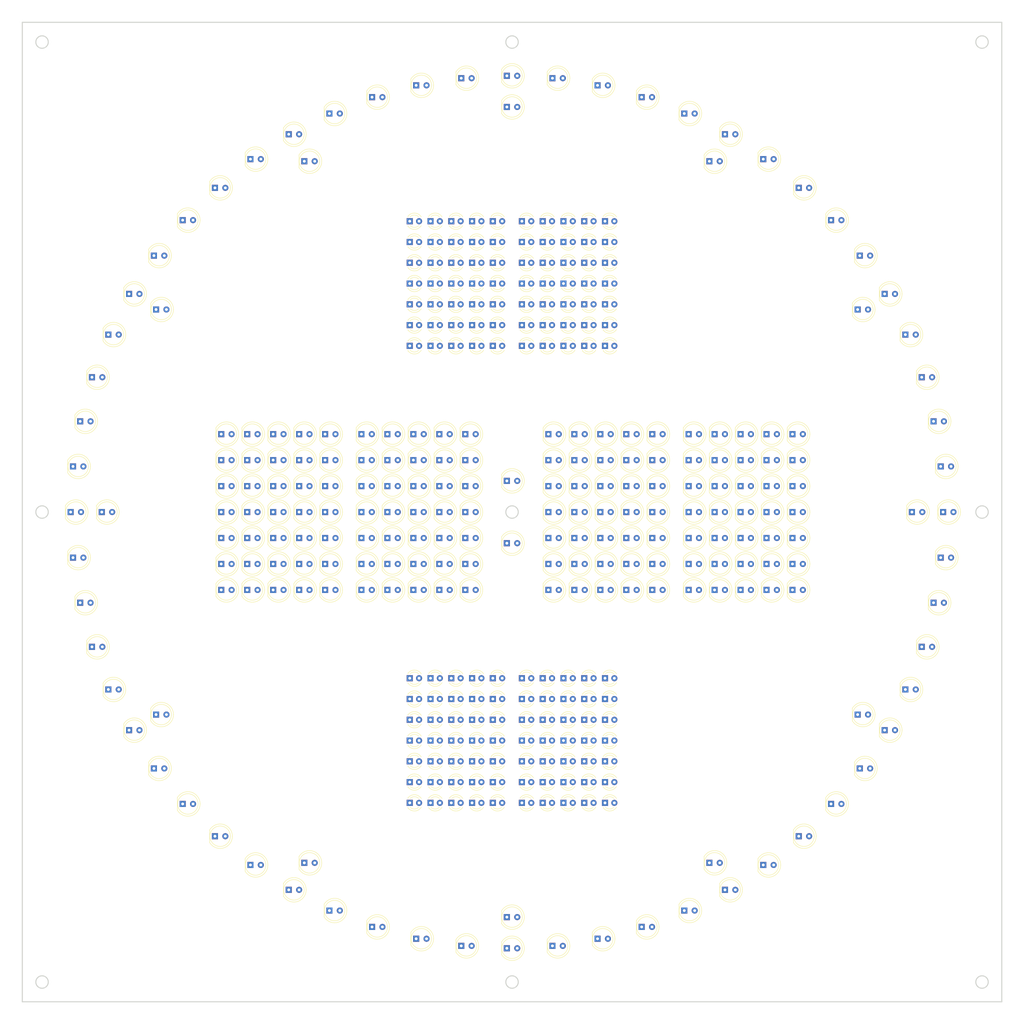
<source format=kicad_pcb>
(kicad_pcb (version 20221018) (generator pcbnew)
  (layers (0 "F.Cu" signal) (31 "B.Cu" signal) (34 "B.Paste" user) (35 "F.Paste" user) (36 "B.SilkS" user "B.Silkscreen") (37 "F.SilkS" user "F.Silkscreen") (38 "B.Mask" user) (39 "F.Mask" user) (44 "Edge.Cuts" user))
  (property "PCB_SERIAL" "N/A")
  (net 0 "")
  (footprint "LED_THT_espena:LED_D3.0mm_p2.28" (layer "F.Cu") (at 126.619 211.455)
    (fp_text reference "D225" hide)
    (fp_text value "")
  )
  (footprint "LED_THT_espena:LED_D3.0mm_p2.28" (layer "F.Cu") (at 148.971 216.535)
    (fp_text reference "D254" hide)
    (fp_text value "")
  )
  (footprint "LED_THT_espena:LED_D5.0mm_p2.54" (layer "F.Cu") (at 100.965 139.065)
    (fp_text reference "D103" hide)
    (fp_text value "")
  )
  (footprint "LED_THT_espena:LED_D5.0mm_p2.54" (layer "F.Cu") (at 82.710069 59.109067)
    (fp_text reference "D54" hide)
    (fp_text value "")
  )
  (footprint "LED_THT_espena:LED_D5.0mm_p2.54" (layer "F.Cu") (at 174.625 158.115)
    (fp_text reference "D169" hide)
    (fp_text value "")
  )
  (footprint "LED_THT_espena:LED_D5.0mm_p2.54" (layer "F.Cu") (at 38.735 145.415)
    (fp_text reference "D45" hide)
    (fp_text value "")
  )
  (footprint "LED_THT_espena:LED_D5.0mm_p2.54" (layer "F.Cu") (at 194.945 231.203476)
    (fp_text reference "D65" hide)
    (fp_text value "")
  )
  (footprint "LED_THT_espena:LED_D5.0mm_p2.54" (layer "F.Cu") (at 145.415 252.095)
    (fp_text reference "D30" hide)
    (fp_text value "")
  )
  (footprint "LED_THT_espena:LED_D5.0mm_p2.54" (layer "F.Cu") (at 122.555 164.465)
    (fp_text reference "D128" hide)
    (fp_text value "")
  )
  (footprint "LED_THT_espena:LED_D5.0mm_p2.54" (layer "F.Cu") (at 109.855 132.715)
    (fp_text reference "D109" hide)
    (fp_text value "")
  )
  (footprint "LED_THT_espena:LED_D5.0mm_p2.54" (layer "F.Cu") (at 145.415 137.795)
    (fp_text reference "D353" hide)
    (fp_text value "")
  )
  (footprint "LED_THT_espena:LED_D5.0mm_p2.54" (layer "F.Cu") (at 81.915 158.115)
    (fp_text reference "D85" hide)
    (fp_text value "")
  )
  (footprint "LED_THT_espena:LED_D3.0mm_p2.28" (layer "F.Cu") (at 136.779 206.375)
    (fp_text reference "D238" hide)
    (fp_text value "")
  )
  (footprint "LED_THT_espena:LED_D5.0mm_p2.54" (layer "F.Cu") (at 188.805665 242.872029)
    (fp_text reference "D26" hide)
    (fp_text value "")
  )
  (footprint "LED_THT_espena:LED_D5.0mm_p2.54" (layer "F.Cu") (at 109.855 151.765)
    (fp_text reference "D112" hide)
    (fp_text value "")
  )
  (footprint "LED_THT_espena:LED_D3.0mm_p2.28" (layer "F.Cu") (at 164.211 79.375)
    (fp_text reference "D340" hide)
    (fp_text value "")
  )
  (footprint "LED_THT_espena:LED_D3.0mm_p2.28" (layer "F.Cu") (at 126.619 89.535)
    (fp_text reference "D293" hide)
    (fp_text value "")
  )
  (footprint "LED_THT_espena:LED_D5.0mm_p2.54" (layer "F.Cu") (at 109.855 139.065)
    (fp_text reference "D110" hide)
    (fp_text value "")
  )
  (footprint "LED_THT_espena:LED_D5.0mm_p2.54" (layer "F.Cu") (at 94.615 158.115)
    (fp_text reference "D99" hide)
    (fp_text value "")
  )
  (footprint "LED_THT_espena:LED_D5.0mm_p2.54" (layer "F.Cu") (at 208.915 126.365)
    (fp_text reference "D199" hide)
    (fp_text value "")
  )
  (footprint "LED_THT_espena:LED_D5.0mm_p2.54" (layer "F.Cu") (at 180.975 164.465)
    (fp_text reference "D177" hide)
    (fp_text value "")
  )
  (footprint "LED_THT_espena:LED_D5.0mm_p2.54" (layer "F.Cu") (at 109.855 145.415)
    (fp_text reference "D111" hide)
    (fp_text value "")
  )
  (footprint "LED_THT_espena:LED_D5.0mm_p2.54" (layer "F.Cu") (at 156.566096 39.319404)
    (fp_text reference "D1" hide)
    (fp_text value "")
  )
  (footprint "LED_THT_espena:LED_D5.0mm_p2.54" (layer "F.Cu") (at 135.255 139.065)
    (fp_text reference "D138" hide)
    (fp_text value "")
  )
  (footprint "LED_THT_espena:LED_D5.0mm_p2.54" (layer "F.Cu") (at 135.255 145.415)
    (fp_text reference "D139" hide)
    (fp_text value "")
  )
  (footprint "LED_THT_espena:LED_D5.0mm_p2.54" (layer "F.Cu") (at 81.915 139.065)
    (fp_text reference "D82" hide)
    (fp_text value "")
  )
  (footprint "LED_THT_espena:LED_D3.0mm_p2.28" (layer "F.Cu") (at 154.051 84.455)
    (fp_text reference "D327" hide)
    (fp_text value "")
  )
  (footprint "LED_THT_espena:LED_D5.0mm_p2.54" (layer "F.Cu") (at 47.957971 188.805665)
    (fp_text reference "D41" hide)
    (fp_text value "")
  )
  (footprint "LED_THT_espena:LED_D3.0mm_p2.28" (layer "F.Cu") (at 136.779 99.695)
    (fp_text reference "D309" hide)
    (fp_text value "")
  )
  (footprint "LED_THT_espena:LED_D5.0mm_p2.54" (layer "F.Cu") (at 135.255 158.115)
    (fp_text reference "D141" hide)
    (fp_text value "")
  )
  (footprint "LED_THT_espena:LED_D3.0mm_p2.28" (layer "F.Cu") (at 131.699 104.775)
    (fp_text reference "D303" hide)
    (fp_text value "")
  )
  (footprint "LED_THT_espena:LED_D3.0mm_p2.28" (layer "F.Cu") (at 121.539 74.295)
    (fp_text reference "D283" hide)
    (fp_text value "")
  )
  (footprint "LED_THT_espena:LED_D3.0mm_p2.28" (layer "F.Cu") (at 121.539 216.535)
    (fp_text reference "D219" hide)
    (fp_text value "")
  )
  (footprint "LED_THT_espena:LED_D5.0mm_p2.54" (layer "F.Cu") (at 123.234981 41.066214)
    (fp_text reference "D58" hide)
    (fp_text value "")
  )
  (footprint "LED_THT_espena:LED_D5.0mm_p2.54" (layer "F.Cu") (at 59.109067 208.119931)
    (fp_text reference "D39" hide)
    (fp_text value "")
  )
  (footprint "LED_THT_espena:LED_D5.0mm_p2.54" (layer "F.Cu") (at 155.575 126.365)
    (fp_text reference "D143" hide)
    (fp_text value "")
  )
  (footprint "LED_THT_espena:LED_D5.0mm_p2.54" (layer "F.Cu") (at 167.595019 249.763786)
    (fp_text reference "D28" hide)
    (fp_text value "")
  )
  (footprint "LED_THT_espena:LED_D3.0mm_p2.28" (layer "F.Cu") (at 126.619 79.375)
    (fp_text reference "D291" hide)
    (fp_text value "")
  )
  (footprint "LED_THT_espena:LED_D3.0mm_p2.28" (layer "F.Cu") (at 159.131 201.295)
    (fp_text reference "D265" hide)
    (fp_text value "")
  )
  (footprint "LED_THT_espena:LED_D5.0mm_p2.54" (layer "F.Cu") (at 116.205 158.115)
    (fp_text reference "D120" hide)
    (fp_text value "")
  )
  (footprint "LED_THT_espena:LED_D5.0mm_p2.54" (layer "F.Cu") (at 82.710069 231.720933)
    (fp_text reference "D36" hide)
    (fp_text value "")
  )
  (footprint "LED_THT_espena:LED_D3.0mm_p2.28" (layer "F.Cu") (at 148.971 104.775)
    (fp_text reference "D324" hide)
    (fp_text value "")
  )
  (footprint "LED_THT_espena:LED_D5.0mm_p2.54" (layer "F.Cu") (at 94.615 126.365)
    (fp_text reference "D94" hide)
    (fp_text value "")
  )
  (footprint "LED_THT_espena:LED_D5.0mm_p2.54" (layer "F.Cu") (at 81.915 126.365)
    (fp_text reference "D80" hide)
    (fp_text value "")
  )
  (footprint "LED_THT_espena:LED_D5.0mm_p2.54" (layer "F.Cu") (at 116.205 139.065)
    (fp_text reference "D117" hide)
    (fp_text value "")
  )
  (footprint "LED_THT_espena:LED_D3.0mm_p2.28" (layer "F.Cu") (at 169.291 186.055)
    (fp_text reference "D276" hide)
    (fp_text value "")
  )
  (footprint "LED_THT_espena:LED_D5.0mm_p2.54" (layer "F.Cu") (at 122.555 151.765)
    (fp_text reference "D126" hide)
    (fp_text value "")
  )
  (footprint "LED_THT_espena:LED_D3.0mm_p2.28" (layer "F.Cu") (at 169.291 196.215)
    (fp_text reference "D278" hide)
    (fp_text value "")
  )
  (footprint "LED_THT_espena:LED_D3.0mm_p2.28" (layer "F.Cu") (at 121.539 79.375)
    (fp_text reference "D284" hide)
    (fp_text value "")
  )
  (footprint "LED_THT_espena:LED_D5.0mm_p2.54" (layer "F.Cu") (at 39.319404 134.263904)
    (fp_text reference "D46" hide)
    (fp_text value "")
  )
  (footprint "LED_THT_espena:LED_D5.0mm_p2.54" (layer "F.Cu") (at 81.915 145.415)
    (fp_text reference "D83" hide)
    (fp_text value "")
  )
  (footprint "LED_THT_espena:LED_D5.0mm_p2.54" (layer "F.Cu") (at 180.975 132.715)
    (fp_text reference "D172" hide)
    (fp_text value "")
  )
  (footprint "LED_THT_espena:LED_D3.0mm_p2.28" (layer "F.Cu") (at 121.539 89.535)
    (fp_text reference "D286" hide)
    (fp_text value "")
  )
  (footprint "LED_THT_espena:LED_D3.0mm_p2.28" (layer "F.Cu") (at 148.971 74.295)
    (fp_text reference "D318" hide)
    (fp_text value "")
  )
  (footprint "LED_THT_espena:LED_D5.0mm_p2.54" (layer "F.Cu") (at 188.805665 47.957971)
    (fp_text reference "D4" hide)
    (fp_text value "")
  )
  (footprint "LED_THT_espena:LED_D3.0mm_p2.28" (layer "F.Cu") (at 159.131 79.375)
    (fp_text reference "D333" hide)
    (fp_text value "")
  )
  (footprint "LED_THT_espena:LED_D3.0mm_p2.28" (layer "F.Cu") (at 141.859 84.455)
    (fp_text reference "D313" hide)
    (fp_text value "")
  )
  (footprint "LED_THT_espena:LED_D5.0mm_p2.54" (layer "F.Cu") (at 53.02741 198.755)
    (fp_text reference "D40" hide)
    (fp_text value "")
  )
  (footprint "LED_THT_espena:LED_D3.0mm_p2.28" (layer "F.Cu") (at 121.539 196.215)
    (fp_text reference "D215" hide)
    (fp_text value "")
  )
  (footprint "LED_THT_espena:LED_D3.0mm_p2.28" (layer "F.Cu") (at 169.291 84.455)
    (fp_text reference "D348" hide)
    (fp_text value "")
  )
  (footprint "LED_THT_espena:LED_D5.0mm_p2.54" (layer "F.Cu") (at 202.565 126.365)
    (fp_text reference "D192" hide)
    (fp_text value "")
  )
  (footprint "LED_THT_espena:LED_D5.0mm_p2.54" (layer "F.Cu") (at 75.565 164.465)
    (fp_text reference "D79" hide)
    (fp_text value "")
  )
  (footprint "LED_THT_espena:LED_D5.0mm_p2.54" (layer "F.Cu") (at 156.566096 251.510596)
    (fp_text reference "D29" hide)
    (fp_text value "")
  )
  (footprint "LED_THT_espena:LED_D5.0mm_p2.54" (layer "F.Cu") (at 109.855 164.465)
    (fp_text reference "D114" hide)
    (fp_text value "")
  )
  (footprint "LED_THT_espena:LED_D3.0mm_p2.28" (layer "F.Cu") (at 164.211 104.775)
    (fp_text reference "D345" hide)
    (fp_text value "")
  )
  (footprint "LED_THT_espena:LED_D5.0mm_p2.54" (layer "F.Cu") (at 208.915 164.465)
    (fp_text reference "D205" hide)
    (fp_text value "")
  )
  (footprint "LED_THT_espena:LED_D5.0mm_p2.54" (layer "F.Cu") (at 237.80259 198.755)
    (fp_text reference "D20" hide)
    (fp_text value "")
  )
  (footprint "LED_THT_espena:LED_D5.0mm_p2.54" (layer "F.Cu") (at 135.255 126.365)
    (fp_text reference "D136" hide)
    (fp_text value "")
  )
  (footprint "LED_THT_espena:LED_D3.0mm_p2.28" (layer "F.Cu") (at 136.779 211.455)
    (fp_text reference "D239" hide)
    (fp_text value "")
  )
  (footprint "LED_THT_espena:LED_D3.0mm_p2.28" (layer "F.Cu") (at 136.779 79.375)
    (fp_text reference "D305" hide)
    (fp_text value "")
  )
  (footprint "LED_THT_espena:LED_D5.0mm_p2.54" (layer "F.Cu") (at 88.265 151.765)
    (fp_text reference "D91" hide)
    (fp_text value "")
  )
  (footprint "LED_THT_espena:LED_D5.0mm_p2.54" (layer "F.Cu") (at 168.275 164.465)
    (fp_text reference "D163" hide)
    (fp_text value "")
  )
  (footprint "LED_THT_espena:LED_D3.0mm_p2.28" (layer "F.Cu") (at 131.699 186.055)
    (fp_text reference "D227" hide)
    (fp_text value "")
  )
  (footprint "LED_THT_espena:LED_D3.0mm_p2.28" (layer "F.Cu") (at 159.131 191.135)
    (fp_text reference "D263" hide)
    (fp_text value "")
  )
  (footprint "LED_THT_espena:LED_D3.0mm_p2.28" (layer "F.Cu") (at 159.131 104.775)
    (fp_text reference "D338" hide)
    (fp_text value "")
  )
  (footprint "LED_THT_espena:LED_D5.0mm_p2.54" (layer "F.Cu") (at 231.720933 82.710069)
    (fp_text reference "D9" hide)
    (fp_text value "")
  )
  (footprint "LED_THT_espena:LED_D5.0mm_p2.54" (layer "F.Cu") (at 46.355 145.415)
    (fp_text reference "D69" hide)
    (fp_text value "")
  )
  (footprint "LED_THT_espena:LED_D3.0mm_p2.28" (layer "F.Cu") (at 121.539 191.135)
    (fp_text reference "D214" hide)
    (fp_text value "")
  )
  (footprint "LED_THT_espena:LED_D5.0mm_p2.54" (layer "F.Cu") (at 237.80259 92.075)
    (fp_text reference "D10" hide)
    (fp_text value "")
  )
  (footprint "LED_THT_espena:LED_D5.0mm_p2.54" (layer "F.Cu") (at 196.215 164.465)
    (fp_text reference "D191" hide)
    (fp_text value "")
  )
  (footprint "LED_THT_espena:LED_D5.0mm_p2.54" (layer "F.Cu") (at 224.69369 216.797853)
    (fp_text reference "D22" hide)
    (fp_text value "")
  )
  (footprint "LED_THT_espena:LED_D3.0mm_p2.28" (layer "F.Cu") (at 164.211 94.615)
    (fp_text reference "D343" hide)
    (fp_text value "")
  )
  (footprint "LED_THT_espena:LED_D5.0mm_p2.54" (layer "F.Cu") (at 145.415 244.475)
    (fp_text reference "D66" hide)
    (fp_text value "")
  )
  (footprint "LED_THT_espena:LED_D3.0mm_p2.28" (layer "F.Cu") (at 131.699 206.375)
    (fp_text reference "D231" hide)
    (fp_text value "")
  )
  (footprint "LED_THT_espena:LED_D5.0mm_p2.54" (layer "F.Cu") (at 116.205 132.715)
    (fp_text reference "D116" hide)
    (fp_text value "")
  )
  (footprint "LED_THT_espena:LED_D3.0mm_p2.28" (layer "F.Cu") (at 159.131 216.535)
    (fp_text reference "D268" hide)
    (fp_text value "")
  )
  (footprint "LED_THT_espena:LED_D3.0mm_p2.28" (layer "F.Cu") (at 154.051 186.055)
    (fp_text reference "D255" hide)
    (fp_text value "")
  )
  (footprint "LED_THT_espena:LED_D3.0mm_p2.28" (layer "F.Cu") (at 154.051 191.135)
    (fp_text reference "D256" hide)
    (fp_text value "")
  )
  (footprint "LED_THT_espena:LED_D5.0mm_p2.54" (layer "F.Cu") (at 178.380933 246.873709)
    (fp_text reference "D27" hide)
    (fp_text value "")
  )
  (footprint "LED_THT_espena:LED_D5.0mm_p2.54" (layer "F.Cu") (at 189.865 151.765)
    (fp_text reference "D182" hide)
    (fp_text value "")
  )
  (footprint "LED_THT_espena:LED_D5.0mm_p2.54" (layer "F.Cu") (at 66.13631 216.797853)
    (fp_text reference "D38" hide)
    (fp_text value "")
  )
  (footprint "LED_THT_espena:LED_D5.0mm_p2.54" (layer "F.Cu") (at 180.975 126.365)
    (fp_text reference "D171" hide)
    (fp_text value "")
  )
  (footprint "LED_THT_espena:LED_D5.0mm_p2.54" (layer "F.Cu") (at 161.925 132.715)
    (fp_text reference "D151" hide)
    (fp_text value "")
  )
  (footprint "LED_THT_espena:LED_D5.0mm_p2.54" (layer "F.Cu") (at 66.13631 74.032147)
    (fp_text reference "D52" hide)
    (fp_text value "")
  )
  (footprint "LED_THT_espena:LED_D5.0mm_p2.54" (layer "F.Cu") (at 155.575 139.065)
    (fp_text reference "D145" hide)
    (fp_text value "")
  )
  (footprint "LED_THT_espena:LED_D5.0mm_p2.54" (layer "F.Cu") (at 41.066214 123.234981)
    (fp_text reference "D47" hide)
    (fp_text value "")
  )
  (footprint "LED_THT_espena:LED_D3.0mm_p2.28" (layer "F.Cu") (at 169.291 211.455)
    (fp_text reference "D281" hide)
    (fp_text value "")
  )
  (footprint "LED_THT_espena:LED_D5.0mm_p2.54" (layer "F.Cu") (at 215.265 139.065)
    (fp_text reference "D208" hide)
    (fp_text value "")
  )
  (footprint "LED_THT_espena:LED_D3.0mm_p2.28" (layer "F.Cu") (at 164.211 211.455)
    (fp_text reference "D274" hide)
    (fp_text value "")
  )
  (footprint "LED_THT_espena:LED_D3.0mm_p2.28" (layer "F.Cu") (at 154.051 79.375)
    (fp_text reference "D326" hide)
    (fp_text value "")
  )
  (footprint "LED_THT_espena:LED_D3.0mm_p2.28" (layer "F.Cu") (at 121.539 186.055)
    (fp_text reference "D213" hide)
    (fp_text value "")
  )
  (footprint "LED_THT_espena:LED_D3.0mm_p2.28" (layer "F.Cu") (at 169.291 99.695)
    (fp_text reference "D351" hide)
    (fp_text value "")
  )
  (footprint "LED_THT_espena:LED_D3.0mm_p2.28" (layer "F.Cu") (at 136.779 94.615)
    (fp_text reference "D308" hide)
    (fp_text value "")
  )
  (footprint "LED_THT_espena:LED_D5.0mm_p2.54" (layer "F.Cu") (at 202.565 164.465)
    (fp_text reference "D198" hide)
    (fp_text value "")
  )
  (footprint "LED_THT_espena:LED_D3.0mm_p2.28" (layer "F.Cu") (at 154.051 201.295)
    (fp_text reference "D258" hide)
    (fp_text value "")
  )
  (footprint "LED_THT_espena:LED_D5.0mm_p2.54" (layer "F.Cu") (at 180.975 145.415)
    (fp_text reference "D174" hide)
    (fp_text value "")
  )
  (footprint "LED_THT_espena:LED_D5.0mm_p2.54" (layer "F.Cu") (at 135.255 132.715)
    (fp_text reference "D137" hide)
    (fp_text value "")
  )
  (footprint "LED_THT_espena:LED_D3.0mm_p2.28" (layer "F.Cu") (at 141.859 74.295)
    (fp_text reference "D311" hide)
    (fp_text value "")
  )
  (footprint "LED_THT_espena:LED_D5.0mm_p2.54" (layer "F.Cu") (at 128.905 132.715)
    (fp_text reference "D130" hide)
    (fp_text value "")
  )
  (footprint "LED_THT_espena:LED_D3.0mm_p2.28" (layer "F.Cu") (at 131.699 74.295)
    (fp_text reference "D297" hide)
    (fp_text value "")
  )
  (footprint "LED_THT_espena:LED_D5.0mm_p2.54" (layer "F.Cu") (at 180.975 158.115)
    (fp_text reference "D176" hide)
    (fp_text value "")
  )
  (footprint "LED_THT_espena:LED_D5.0mm_p2.54" (layer "F.Cu") (at 88.265 158.115)
    (fp_text reference "D92" hide)
    (fp_text value "")
  )
  (footprint "LED_THT_espena:LED_D5.0mm_p2.54" (layer "F.Cu") (at 75.565 139.065)
    (fp_text reference "D75" hide)
    (fp_text value "")
  )
  (footprint "LED_THT_espena:LED_D3.0mm_p2.28" (layer "F.Cu") (at 141.859 104.775)
    (fp_text reference "D317" hide)
    (fp_text value "")
  )
  (footprint "LED_THT_espena:LED_D5.0mm_p2.54" (layer "F.Cu") (at 135.255 151.765)
    (fp_text reference "D140" hide)
    (fp_text value "")
  )
  (footprint "LED_THT_espena:LED_D5.0mm_p2.54" (layer "F.Cu") (at 231.720933 208.119931)
    (fp_text reference "D21" hide)
    (fp_text value "")
  )
  (footprint "LED_THT_espena:LED_D5.0mm_p2.54" (layer "F.Cu") (at 116.205 145.415)
    (fp_text reference "D118" hide)
    (fp_text value "")
  )
  (footprint "LED_THT_espena:LED_D5.0mm_p2.54" (layer "F.Cu") (at 122.555 158.115)
    (fp_text reference "D127" hide)
    (fp_text value "")
  )
  (footprint "LED_THT_espena:LED_D3.0mm_p2.28" (layer "F.Cu") (at 121.539 104.775)
    (fp_text reference "D289" hide)
    (fp_text value "")
  )
  (footprint "LED_THT_espena:LED_D5.0mm_p2.54" (layer "F.Cu") (at 161.925 158.115)
    (fp_text reference "D155" hide)
    (fp_text value "")
  )
  (footprint "LED_THT_espena:LED_D3.0mm_p2.28" (layer "F.Cu") (at 131.699 79.375)
    (fp_text reference "D298" hide)
    (fp_text value "")
  )
  (footprint "LED_THT_espena:LED_D3.0mm_p2.28" (layer "F.Cu") (at 131.699 196.215)
    (fp_text reference "D229" hide)
    (fp_text value "")
  )
  (footprint "LED_THT_espena:LED_D5.0mm_p2.54" (layer "F.Cu") (at 202.565 145.415)
    (fp_text reference "D195" hide)
    (fp_text value "")
  )
  (footprint "LED_THT_espena:LED_D5.0mm_p2.54" (layer "F.Cu") (at 161.925 145.415)
    (fp_text reference "D153" hide)
    (fp_text value "")
  )
  (footprint "LED_THT_espena:LED_D3.0mm_p2.28" (layer "F.Cu") (at 121.539 94.615)
    (fp_text reference "D287" hide)
    (fp_text value "")
  )
  (footprint "LED_THT_espena:LED_D3.0mm_p2.28" (layer "F.Cu") (at 121.539 211.455)
    (fp_text reference "D218" hide)
    (fp_text value "")
  )
  (footprint "LED_THT_espena:LED_D5.0mm_p2.54" (layer "F.Cu") (at 92.075 53.02741)
    (fp_text reference "D55" hide)
    (fp_text value "")
  )
  (footprint "LED_THT_espena:LED_D5.0mm_p2.54" (layer "F.Cu") (at 123.234981 249.763786)
    (fp_text reference "D32" hide)
    (fp_text value "")
  )
  (footprint "LED_THT_espena:LED_D3.0mm_p2.28" (layer "F.Cu") (at 169.291 89.535)
    (fp_text reference "D349" hide)
    (fp_text value "")
  )
  (footprint "LED_THT_espena:LED_D3.0mm_p2.28" (layer "F.Cu") (at 121.539 84.455)
    (fp_text reference "D285" hide)
    (fp_text value "")
  )
  (footprint "LED_THT_espena:LED_D3.0mm_p2.28" (layer "F.Cu") (at 141.859 94.615)
    (fp_text reference "D315" hide)
    (fp_text value "")
  )
  (footprint "LED_THT_espena:LED_D5.0mm_p2.54" (layer "F.Cu") (at 100.965 126.365)
    (fp_text reference "D101" hide)
    (fp_text value "")
  )
  (footprint "LED_THT_espena:LED_D3.0mm_p2.28" (layer "F.Cu") (at 131.699 84.455)
    (fp_text reference "D299" hide)
    (fp_text value "")
  )
  (footprint "LED_THT_espena:LED_D5.0mm_p2.54" (layer "F.Cu") (at 145.415 153.035)
    (fp_text reference "D354" hide)
    (fp_text value "")
  )
  (footprint "LED_THT_espena:LED_D5.0mm_p2.54" (layer "F.Cu") (at 59.109067 82.710069)
    (fp_text reference "D51" hide)
    (fp_text value "")
  )
  (footprint "LED_THT_espena:LED_D5.0mm_p2.54" (layer "F.Cu") (at 202.565 132.715)
    (fp_text reference "D193" hide)
    (fp_text value "")
  )
  (footprint "LED_THT_espena:LED_D3.0mm_p2.28" (layer "F.Cu") (at 148.971 196.215)
    (fp_text reference "D250" hide)
    (fp_text value "")
  )
  (footprint "LED_THT_espena:LED_D5.0mm_p2.54" (layer "F.Cu") (at 94.615 132.715)
    (fp_text reference "D95" hide)
    (fp_text value "")
  )
  (footprint "LED_THT_espena:LED_D5.0mm_p2.54" (layer "F.Cu") (at 43.956291 112.449067)
    (fp_text reference "D48" hide)
    (fp_text value "")
  )
  (footprint "LED_THT_espena:LED_D5.0mm_p2.54" (layer "F.Cu") (at 75.565 145.415)
    (fp_text reference "D76" hide)
    (fp_text value "")
  )
  (footprint "LED_THT_espena:LED_D3.0mm_p2.28" (layer "F.Cu") (at 164.211 74.295)
    (fp_text reference "D339" hide)
    (fp_text value "")
  )
  (footprint "LED_THT_espena:LED_D5.0mm_p2.54" (layer "F.Cu") (at 174.625 132.715)
    (fp_text reference "D165" hide)
    (fp_text value "")
  )
  (footprint "LED_THT_espena:LED_D3.0mm_p2.28" (layer "F.Cu") (at 154.051 104.775)
    (fp_text reference "D331" hide)
    (fp_text value "")
  )
  (footprint "LED_THT_espena:LED_D5.0mm_p2.54" (layer "F.Cu") (at 216.797853 224.69369)
    (fp_text reference "D23" hide)
    (fp_text value "")
  )
  (footprint "LED_THT_espena:LED_D3.0mm_p2.28" (layer "F.Cu") (at 136.779 196.215)
    (fp_text reference "D236" hide)
    (fp_text value "")
  )
  (footprint "LED_THT_espena:LED_D5.0mm_p2.54" (layer "F.Cu") (at 59.626524 194.945)
    (fp_text reference "D68" hide)
    (fp_text value "")
  )
  (footprint "LED_THT_espena:LED_D3.0mm_p2.28" (layer "F.Cu") (at 141.859 206.375)
    (fp_text reference "D245" hide)
    (fp_text value "")
  )
  (footprint "LED_THT_espena:LED_D5.0mm_p2.54" (layer "F.Cu") (at 128.905 126.365)
    (fp_text reference "D129" hide)
    (fp_text value "")
  )
  (footprint "LED_THT_espena:LED_D3.0mm_p2.28" (layer "F.Cu") (at 169.291 216.535)
    (fp_text reference "D282" hide)
    (fp_text value "")
  )
  (footprint "LED_THT_espena:LED_D5.0mm_p2.54" (layer "F.Cu") (at 215.265 164.465)
    (fp_text reference "D212" hide)
    (fp_text value "")
  )
  (footprint "LED_THT_espena:LED_D5.0mm_p2.54" (layer "F.Cu") (at 94.615 151.765)
    (fp_text reference "D98" hide)
    (fp_text value "")
  )
  (footprint "LED_THT_espena:LED_D5.0mm_p2.54" (layer "F.Cu") (at 242.872029 102.024335)
    (fp_text reference "D11" hide)
    (fp_text value "")
  )
  (footprint "LED_THT_espena:LED_D5.0mm_p2.54" (layer "F.Cu") (at 145.415 46.355)
    (fp_text reference "D72" hide)
    (fp_text value "")
  )
  (footprint "LED_THT_espena:LED_D5.0mm_p2.54" (layer "F.Cu") (at 198.755 53.02741)
    (fp_text reference "D5" hide)
    (fp_text value "")
  )
  (footprint "LED_THT_espena:LED_D5.0mm_p2.54" (layer "F.Cu") (at 174.625 126.365)
    (fp_text reference "D164" hide)
    (fp_text value "")
  )
  (footprint "LED_THT_espena:LED_D5.0mm_p2.54" (layer "F.Cu") (at 168.275 151.765)
    (fp_text reference "D161" hide)
    (fp_text value "")
  )
  (footprint "LED_THT_espena:LED_D5.0mm_p2.54" (layer "F.Cu") (at 196.215 158.115)
    (fp_text reference "D190" hide)
    (fp_text value "")
  )
  (footprint "LED_THT_espena:LED_D3.0mm_p2.28" (layer "F.Cu") (at 136.779 216.535)
    (fp_text reference "D240" hide)
    (fp_text value "")
  )
  (footprint "LED_THT_espena:LED_D3.0mm_p2.28" (layer "F.Cu") (at 148.971 186.055)
    (fp_text reference "D248" hide)
    (fp_text value "")
  )
  (footprint "LED_THT_espena:LED_D5.0mm_p2.54" (layer "F.Cu") (at 100.965 132.715)
    (fp_text reference "D102" hide)
    (fp_text value "")
  )
  (footprint "LED_THT_espena:LED_D5.0mm_p2.54" (layer "F.Cu") (at 134.263904 251.510596)
    (fp_text reference "D31" hide)
    (fp_text value "")
  )
  (footprint "LED_THT_espena:LED_D3.0mm_p2.28" (layer "F.Cu") (at 126.619 216.535)
    (fp_text reference "D226" hide)
    (fp_text value "")
  )
  (footprint "LED_THT_espena:LED_D5.0mm_p2.54" (layer "F.Cu") (at 174.625 151.765)
    (fp_text reference "D168" hide)
    (fp_text value "")
  )
  (footprint "LED_THT_espena:LED_D3.0mm_p2.28" (layer "F.Cu") (at 164.211 196.215)
    (fp_text reference "D271" hide)
    (fp_text value "")
  )
  (footprint "LED_THT_espena:LED_D5.0mm_p2.54" (layer "F.Cu") (at 95.885 231.203476)
    (fp_text reference "D67" hide)
    (fp_text value "")
  )
  (footprint "LED_THT_espena:LED_D5.0mm_p2.54" (layer "F.Cu") (at 208.915 145.415)
    (fp_text reference "D202" hide)
    (fp_text value "")
  )
  (footprint "LED_THT_espena:LED_D5.0mm_p2.54" (layer "F.Cu") (at 196.215 151.765)
    (fp_text reference "D189" hide)
    (fp_text value "")
  )
  (footprint "LED_THT_espena:LED_D5.0mm_p2.54" (layer "F.Cu") (at 168.275 145.415)
    (fp_text reference "D160" hide)
    (fp_text value "")
  )
  (footprint "LED_THT_espena:LED_D3.0mm_p2.28" (layer "F.Cu") (at 159.131 99.695)
    (fp_text reference "D337" hide)
    (fp_text value "")
  )
  (footprint "LED_THT_espena:LED_D5.0mm_p2.54" (layer "F.Cu") (at 128.905 151.765)
    (fp_text reference "D133" hide)
    (fp_text value "")
  )
  (footprint "LED_THT_espena:LED_D3.0mm_p2.28" (layer "F.Cu") (at 148.971 94.615)
    (fp_text reference "D322" hide)
    (fp_text value "")
  )
  (footprint "LED_THT_espena:LED_D5.0mm_p2.54" (layer "F.Cu") (at 128.905 139.065)
    (fp_text reference "D131" hide)
    (fp_text value "")
  )
  (footprint "LED_THT_espena:LED_D5.0mm_p2.54" (layer "F.Cu") (at 100.965 145.415)
    (fp_text reference "D104" hide)
    (fp_text value "")
  )
  (footprint "LED_THT_espena:LED_D3.0mm_p2.28" (layer "F.Cu") (at 159.131 89.535)
    (fp_text reference "D335" hide)
    (fp_text value "")
  )
  (footprint "LED_THT_espena:LED_D5.0mm_p2.54" (layer "F.Cu") (at 81.915 164.465)
    (fp_text reference "D86" hide)
    (fp_text value "")
  )
  (footprint "LED_THT_espena:LED_D3.0mm_p2.28" (layer "F.Cu") (at 131.699 201.295)
    (fp_text reference "D230" hide)
    (fp_text value "")
  )
  (footprint "LED_THT_espena:LED_D5.0mm_p2.54" (layer "F.Cu") (at 168.275 139.065)
    (fp_text reference "D159" hide)
    (fp_text value "")
  )
  (footprint "LED_THT_espena:LED_D3.0mm_p2.28" (layer "F.Cu") (at 126.619 74.295)
    (fp_text reference "D290" hide)
    (fp_text value "")
  )
  (footprint "LED_THT_espena:LED_D5.0mm_p2.54" (layer "F.Cu") (at 100.965 158.115)
    (fp_text reference "D106" hide)
    (fp_text value "")
  )
  (footprint "LED_THT_espena:LED_D5.0mm_p2.54" (layer "F.Cu") (at 202.565 151.765)
    (fp_text reference "D196" hide)
    (fp_text value "")
  )
  (footprint "LED_THT_espena:LED_D5.0mm_p2.54" (layer "F.Cu") (at 168.275 126.365)
    (fp_text reference "D157" hide)
    (fp_text value "")
  )
  (footprint "LED_THT_espena:LED_D5.0mm_p2.54" (layer "F.Cu") (at 47.957971 102.024335)
    (fp_text reference "D49" hide)
    (fp_text value "")
  )
  (footprint "LED_THT_espena:LED_D5.0mm_p2.54" (layer "F.Cu") (at 39.319404 156.566096)
    (fp_text reference "D44" hide)
    (fp_text value "")
  )
  (footprint "LED_THT_espena:LED_D5.0mm_p2.54" (layer "F.Cu") (at 208.119931 59.109067)
    (fp_text reference "D6" hide)
    (fp_text value "")
  )
  (footprint "LED_THT_espena:LED_D5.0mm_p2.54" (layer "F.Cu") (at 216.797853 66.13631)
    (fp_text reference "D7" hide)
    (fp_text value "")
  )
  (footprint "LED_THT_espena:LED_D5.0mm_p2.54" (layer "F.Cu") (at 189.865 145.415)
    (fp_text reference "D181" hide)
    (fp_text value "")
  )
  (footprint "LED_THT_espena:LED_D3.0mm_p2.28" (layer "F.Cu") (at 121.539 206.375)
    (fp_text reference "D217" hide)
    (fp_text value "")
  )
  (footprint "LED_THT_espena:LED_D3.0mm_p2.28" (layer "F.Cu") (at 131.699 211.455)
    (fp_text reference "D232" hide)
    (fp_text value "")
  )
  (footprint "LED_THT_espena:LED_D5.0mm_p2.54" (layer "F.Cu") (at 41.066214 167.595019)
    (fp_text reference "D43" hide)
    (fp_text value "")
  )
  (footprint "LED_THT_espena:LED_D5.0mm_p2.54" (layer "F.Cu") (at 215.265 126.365)
    (fp_text reference "D206" hide)
    (fp_text value "")
  )
  (footprint "LED_THT_espena:LED_D3.0mm_p2.28" (layer "F.Cu") (at 164.211 216.535)
    (fp_text reference "D275" hide)
    (fp_text value "")
  )
  (footprint "LED_THT_espena:LED_D5.0mm_p2.54" (layer "F.Cu") (at 251.510596 134.263904)
    (fp_text reference "D14" hide)
    (fp_text value "")
  )
  (footprint "LED_THT_espena:LED_D3.0mm_p2.28" (layer "F.Cu") (at 148.971 191.135)
    (fp_text reference "D249" hide)
    (fp_text value "")
  )
  (footprint "LED_THT_espena:LED_D5.0mm_p2.54" (layer "F.Cu") (at 155.575 158.115)
    (fp_text reference "D148" hide)
    (fp_text value "")
  )
  (footprint "LED_THT_espena:LED_D5.0mm_p2.54" (layer "F.Cu") (at 167.595019 41.066214)
    (fp_text reference "D2" hide)
    (fp_text value "")
  )
  (footprint "LED_THT_espena:LED_D5.0mm_p2.54" (layer "F.Cu") (at 189.865 139.065)
    (fp_text reference "D180" hide)
    (fp_text value "")
  )
  (footprint "LED_THT_espena:LED_D5.0mm_p2.54" (layer "F.Cu") (at 215.265 151.765)
    (fp_text reference "D210" hide)
    (fp_text value "")
  )
  (footprint "LED_THT_espena:LED_D3.0mm_p2.28" (layer "F.Cu") (at 126.619 196.215)
    (fp_text reference "D222" hide)
    (fp_text value "")
  )
  (footprint "LED_THT_espena:LED_D5.0mm_p2.54" (layer "F.Cu") (at 180.975 151.765)
    (fp_text reference "D175" hide)
    (fp_text value "")
  )
  (footprint "LED_THT_espena:LED_D5.0mm_p2.54" (layer "F.Cu") (at 249.763786 167.595019)
    (fp_text reference "D17" hide)
    (fp_text value "")
  )
  (footprint "LED_THT_espena:LED_D3.0mm_p2.28" (layer "F.Cu") (at 159.131 196.215)
    (fp_text reference "D264" hide)
    (fp_text value "")
  )
  (footprint "LED_THT_espena:LED_D3.0mm_p2.28" (layer "F.Cu") (at 164.211 186.055)
    (fp_text reference "D269" hide)
    (fp_text value "")
  )
  (footprint "LED_THT_espena:LED_D5.0mm_p2.54" (layer "F.Cu") (at 208.915 139.065)
    (fp_text reference "D201" hide)
    (fp_text value "")
  )
  (footprint "LED_THT_espena:LED_D3.0mm_p2.28" (layer "F.Cu") (at 131.699 89.535)
    (fp_text reference "D300" hide)
    (fp_text value "")
  )
  (footprint "LED_THT_espena:LED_D3.0mm_p2.28" (layer "F.Cu") (at 148.971 206.375)
    (fp_text reference "D252" hide)
    (fp_text value "")
  )
  (footprint "LED_THT_espena:LED_D5.0mm_p2.54" (layer "F.Cu") (at 161.925 151.765)
    (fp_text reference "D154" hide)
    (fp_text value "")
  )
  (footprint "LED_THT_espena:LED_D5.0mm_p2.54" (layer "F.Cu") (at 215.265 132.715)
    (fp_text reference "D207" hide)
    (fp_text value "")
  )
  (footprint "LED_THT_espena:LED_D3.0mm_p2.28" (layer "F.Cu") (at 148.971 211.455)
    (fp_text reference "D253" hide)
    (fp_text value "")
  )
  (footprint "LED_THT_espena:LED_D5.0mm_p2.54" (layer "F.Cu") (at 112.449067 246.873709)
    (fp_text reference "D33" hide)
    (fp_text value "")
  )
  (footprint "LED_THT_espena:LED_D3.0mm_p2.28" (layer "F.Cu") (at 126.619 206.375)
    (fp_text reference "D224" hide)
    (fp_text value "")
  )
  (footprint "LED_THT_espena:LED_D5.0mm_p2.54" (layer "F.Cu") (at 252.095 145.415)
    (fp_text reference "D15" hide)
    (fp_text value "")
  )
  (footprint "LED_THT_espena:LED_D5.0mm_p2.54" (layer "F.Cu") (at 161.925 126.365)
    (fp_text reference "D150" hide)
    (fp_text value "")
  )
  (footprint "LED_THT_espena:LED_D5.0mm_p2.54" (layer "F.Cu") (at 122.555 132.715)
    (fp_text reference "D123" hide)
    (fp_text value "")
  )
  (footprint "LED_THT_espena:LED_D5.0mm_p2.54" (layer "F.Cu") (at 59.626524 95.885)
    (fp_text reference "D70" hide)
    (fp_text value "")
  )
  (footprint "LED_THT_espena:LED_D5.0mm_p2.54" (layer "F.Cu") (at 174.625 164.465)
    (fp_text reference "D170" hide)
    (fp_text value "")
  )
  (footprint "LED_THT_espena:LED_D5.0mm_p2.54" (layer "F.Cu") (at 102.024335 242.872029)
    (fp_text reference "D34" hide)
    (fp_text value "")
  )
  (footprint "LED_THT_espena:LED_D3.0mm_p2.28" (layer "F.Cu") (at 136.779 186.055)
    (fp_text reference "D234" hide)
    (fp_text value "")
  )
  (footprint "LED_THT_espena:LED_D3.0mm_p2.28" (layer "F.Cu") (at 141.859 216.535)
    (fp_text reference "D247" hide)
    (fp_text value "")
  )
  (footprint "LED_THT_espena:LED_D3.0mm_p2.28" (layer "F.Cu") (at 154.051 74.295)
    (fp_text reference "D325" hide)
    (fp_text value "")
  )
  (footprint "LED_THT_espena:LED_D3.0mm_p2.28" (layer "F.Cu") (at 121.539 99.695)
    (fp_text reference "D288" hide)
    (fp_text value "")
  )
  (footprint "LED_THT_espena:LED_D5.0mm_p2.54" (layer "F.Cu") (at 168.275 158.115)
    (fp_text reference "D162" hide)
    (fp_text value "")
  )
  (footprint "LED_THT_espena:LED_D5.0mm_p2.54" (layer "F.Cu") (at 122.555 139.065)
    (fp_text reference "D124" hide)
    (fp_text value "")
  )
  (footprint "LED_THT_espena:LED_D5.0mm_p2.54" (layer "F.Cu") (at 128.905 164.465)
    (fp_text reference "D135" hide)
    (fp_text value "")
  )
  (footprint "LED_THT_espena:LED_D3.0mm_p2.28" (layer "F.Cu") (at 131.699 191.135)
    (fp_text reference "D228" hide)
    (fp_text value "")
  )
  (footprint "LED_THT_espena:LED_D5.0mm_p2.54" (layer "F.Cu") (at 94.615 139.065)
    (fp_text reference "D96" hide)
    (fp_text value "")
  )
  (footprint "LED_THT_espena:LED_D5.0mm_p2.54" (layer "F.Cu") (at 196.215 139.065)
    (fp_text reference "D187" hide)
    (fp_text value "")
  )
  (footprint "LED_THT_espena:LED_D3.0mm_p2.28" (layer "F.Cu") (at 169.291 94.615)
    (fp_text reference "D350" hide)
    (fp_text value "")
  )
  (footprint "LED_THT_espena:LED_D3.0mm_p2.28" (layer "F.Cu") (at 159.131 84.455)
    (fp_text reference "D334" hide)
    (fp_text value "")
  )
  (footprint "LED_THT_espena:LED_D3.0mm_p2.28" (layer "F.Cu") (at 148.971 84.455)
    (fp_text reference "D320" hide)
    (fp_text value "")
  )
  (footprint "LED_THT_espena:LED_D5.0mm_p2.54" (layer "F.Cu") (at 231.203476 194.945)
    (fp_text reference "D64" hide)
    (fp_text value "")
  )
  (footprint "LED_THT_espena:LED_D3.0mm_p2.28" (layer "F.Cu") (at 154.051 206.375)
    (fp_text reference "D259" hide)
    (fp_text value "")
  )
  (footprint "LED_THT_espena:LED_D5.0mm_p2.54" (layer "F.Cu") (at 74.032147 224.69369)
    (fp_text reference "D37" hide)
    (fp_text value "")
  )
  (footprint "LED_THT_espena:LED_D5.0mm_p2.54" (layer "F.Cu") (at 88.265 164.465)
    (fp_text reference "D93" hide)
    (fp_text value "")
  )
  (footprint "LED_THT_espena:LED_D5.0mm_p2.54" (layer "F.Cu") (at 246.873709 178.380933)
    (fp_text reference "D18" hide)
    (fp_text value "")
  )
  (footprint "LED_THT_espena:LED_D3.0mm_p2.28" (layer "F.Cu") (at 126.619 84.455)
    (fp_text reference "D292" hide)
    (fp_text value "")
  )
  (footprint "LED_THT_espena:LED_D5.0mm_p2.54" (layer "F.Cu") (at 161.925 139.065)
    (fp_text reference "D152" hide)
    (fp_text value "")
  )
  (footprint "LED_THT_espena:LED_D5.0mm_p2.54" (layer "F.Cu") (at 174.625 145.415)
    (fp_text reference "D167" hide)
    (fp_text value "")
  )
  (footprint "LED_THT_espena:LED_D3.0mm_p2.28" (layer "F.Cu") (at 121.539 201.295)
    (fp_text reference "D216" hide)
    (fp_text value "")
  )
  (footprint "LED_THT_espena:LED_D3.0mm_p2.28" (layer "F.Cu") (at 159.131 211.455)
    (fp_text reference "D267" hide)
    (fp_text value "")
  )
  (footprint "LED_THT_espena:LED_D5.0mm_p2.54" (layer "F.Cu") (at 215.265 158.115)
    (fp_text reference "D211" hide)
    (fp_text value "")
  )
  (footprint "LED_THT_espena:LED_D5.0mm_p2.54" (layer "F.Cu") (at 178.380933 43.956291)
    (fp_text reference "D3" hide)
    (fp_text value "")
  )
  (footprint "LED_THT_espena:LED_D3.0mm_p2.28" (layer "F.Cu") (at 126.619 186.055)
    (fp_text reference "D220" hide)
    (fp_text value "")
  )
  (footprint "LED_THT_espena:LED_D5.0mm_p2.54" (layer "F.Cu") (at 75.565 158.115)
    (fp_text reference "D78" hide)
    (fp_text value "")
  )
  (footprint "LED_THT_espena:LED_D3.0mm_p2.28" (layer "F.Cu") (at 131.699 94.615)
    (fp_text reference "D301" hide)
    (fp_text value "")
  )
  (footprint "LED_THT_espena:LED_D3.0mm_p2.28" (layer "F.Cu") (at 136.779 74.295)
    (fp_text reference "D304" hide)
    (fp_text value "")
  )
  (footprint "LED_THT_espena:LED_D3.0mm_p2.28" (layer "F.Cu") (at 169.291 79.375)
    (fp_text reference "D347" hide)
    (fp_text value "")
  )
  (footprint "LED_THT_espena:LED_D3.0mm_p2.28" (layer "F.Cu") (at 131.699 216.535)
    (fp_text reference "D233" hide)
    (fp_text value "")
  )
  (footprint "LED_THT_espena:LED_D3.0mm_p2.28" (layer "F.Cu") (at 126.619 201.295)
    (fp_text reference "D223" hide)
    (fp_text value "")
  )
  (footprint "LED_THT_espena:LED_D3.0mm_p2.28" (layer "F.Cu") (at 126.619 104.775)
    (fp_text reference "D296" hide)
    (fp_text value "")
  )
  (footprint "LED_THT_espena:LED_D3.0mm_p2.28" (layer "F.Cu") (at 169.291 206.375)
    (fp_text reference "D280" hide)
    (fp_text value "")
  )
  (footprint "LED_THT_espena:LED_D3.0mm_p2.28" (layer "F.Cu") (at 169.291 74.295)
    (fp_text reference "D346" hide)
    (fp_text value "")
  )
  (footprint "LED_THT_espena:LED_D3.0mm_p2.28" (layer "F.Cu") (at 136.779 84.455)
    (fp_text reference "D306" hide)
    (fp_text value "")
  )
  (footprint "LED_THT_espena:LED_D5.0mm_p2.54" (layer "F.Cu") (at 92.075 237.80259)
    (fp_text reference "D35" hide)
    (fp_text value "")
  )
  (footprint "LED_THT_espena:LED_D5.0mm_p2.54" (layer "F.Cu") (at 116.205 151.765)
    (fp_text reference "D119" hide)
    (fp_text value "")
  )
  (footprint "LED_THT_espena:LED_D5.0mm_p2.54" (layer "F.Cu") (at 208.915 151.765)
    (fp_text reference "D203" hide)
    (fp_text value "")
  )
  (footprint "LED_THT_espena:LED_D5.0mm_p2.54" (layer "F.Cu") (at 189.865 126.365)
    (fp_text reference "D178" hide)
    (fp_text value "")
  )
  (footprint "LED_THT_espena:LED_D5.0mm_p2.54" (layer "F.Cu") (at 196.215 126.365)
    (fp_text reference "D185" hide)
    (fp_text value "")
  )
  (footprint "LED_THT_espena:LED_D3.0mm_p2.28" (layer "F.Cu") (at 154.051 216.535)
    (fp_text reference "D261" hide)
    (fp_text value "")
  )
  (footprint "LED_THT_espena:LED_D5.0mm_p2.54" (layer "F.Cu") (at 189.865 132.715)
    (fp_text reference "D179" hide)
    (fp_text value "")
  )
  (footprint "LED_THT_espena:LED_D3.0mm_p2.28" (layer "F.Cu") (at 141.859 79.375)
    (fp_text reference "D312" hide)
    (fp_text value "")
  )
  (footprint "LED_THT_espena:LED_D3.0mm_p2.28" (layer "F.Cu") (at 164.211 201.295)
    (fp_text reference "D272" hide)
    (fp_text value "")
  )
  (footprint "LED_THT_espena:LED_D5.0mm_p2.54" (layer "F.Cu") (at 94.615 164.465)
    (fp_text reference "D100" hide)
    (fp_text value "")
  )
  (footprint "LED_THT_espena:LED_D5.0mm_p2.54" (layer "F.Cu") (at 75.565 126.365)
    (fp_text reference "D73" hide)
    (fp_text value "")
  )
  (footprint "LED_THT_espena:LED_D3.0mm_p2.28" (layer "F.Cu") (at 164.211 206.375)
    (fp_text reference "D273" hide)
    (fp_text value "")
  )
  (footprint "LED_THT_espena:LED_D5.0mm_p2.54" (layer "F.Cu") (at 231.203476 95.885)
    (fp_text reference "D62" hide)
    (fp_text value "")
  )
  (footprint "LED_THT_espena:LED_D3.0mm_p2.28" (layer "F.Cu") (at 126.619 99.695)
    (fp_text reference "D295" hide)
    (fp_text value "")
  )
  (footprint "LED_THT_espena:LED_D5.0mm_p2.54" (layer "F.Cu") (at 242.872029 188.805665)
    (fp_text reference "D19" hide)
    (fp_text value "")
  )
  (footprint "LED_THT_espena:LED_D5.0mm_p2.54" (layer "F.Cu") (at 88.265 126.365)
    (fp_text reference "D87" hide)
    (fp_text value "")
  )
  (footprint "LED_THT_espena:LED_D5.0mm_p2.54" (layer "F.Cu") (at 112.449067 43.956291)
    (fp_text reference "D57" hide)
    (fp_text value "")
  )
  (footprint "LED_THT_espena:LED_D5.0mm_p2.54" (layer "F.Cu") (at 102.024335 47.957971)
    (fp_text reference "D56" hide)
    (fp_text value "")
  )
  (footprint "LED_THT_espena:LED_D5.0mm_p2.54" (layer "F.Cu") (at 75.565 151.765)
    (fp_text reference "D77" hide)
    (fp_text value "")
  )
  (footprint "LED_THT_espena:LED_D3.0mm_p2.28" (layer "F.Cu") (at 126.619 94.615)
    (fp_text reference "D294" hide)
    (fp_text value "")
  )
  (footprint "LED_THT_espena:LED_D5.0mm_p2.54" (layer "F.Cu") (at 109.855 126.365)
    (fp_text reference "D108" hide)
    (fp_text value "")
  )
  (footprint "LED_THT_espena:LED_D5.0mm_p2.54" (layer "F.Cu") (at 100.965 151.765)
    (fp_text reference "D105" hide)
    (fp_text value "")
  )
  (footprint "LED_THT_espena:LED_D5.0mm_p2.54" (layer "F.Cu") (at 249.763786 123.234981)
    (fp_text reference "D13" hide)
    (fp_text value "")
  )
  (footprint "LED_THT_espena:LED_D5.0mm_p2.54" (layer "F.Cu") (at 208.915 132.715)
    (fp_text reference "D200" hide)
    (fp_text value "")
  )
  (footprint "LED_THT_espena:LED_D5.0mm_p2.54" (layer "F.Cu") (at 109.855 158.115)
    (fp_text reference "D113" hide)
    (fp_text value "")
  )
  (footprint "LED_THT_espena:LED_D5.0mm_p2.54" (layer "F.Cu") (at 189.865 164.465)
    (fp_text reference "D184" hide)
    (fp_text value "")
  )
  (footprint "LED_THT_espena:LED_D3.0mm_p2.28" (layer "F.Cu") (at 154.051 94.615)
    (fp_text reference "D329" hide)
    (fp_text value "")
  )
  (footprint "LED_THT_espena:LED_D3.0mm_p2.28" (layer "F.Cu") (at 159.131 206.375)
    (fp_text reference "D266" hide)
    (fp_text value "")
  )
  (footprint "LED_THT_espena:LED_D3.0mm_p2.28" (layer "F.Cu") (at 131.699 99.695)
    (fp_text reference "D302" hide)
    (fp_text value "")
  )
  (footprint "LED_THT_espena:LED_D5.0mm_p2.54" (layer "F.Cu") (at 88.265 132.715)
    (fp_text reference "D88" hide)
    (fp_text value "")
  )
  (footprint "LED_THT_espena:LED_D5.0mm_p2.54" (layer "F.Cu") (at 168.275 132.715)
    (fp_text reference "D158" hide)
    (fp_text value "")
  )
  (footprint "LED_THT_espena:LED_D5.0mm_p2.54" (layer "F.Cu") (at 155.575 145.415)
    (fp_text reference "D146" hide)
    (fp_text value "")
  )
  (footprint "LED_THT_espena:LED_D3.0mm_p2.28" (layer "F.Cu") (at 148.971 79.375)
    (fp_text reference "D319" hide)
    (fp_text value "")
  )
  (footprint "LED_THT_espena:LED_D5.0mm_p2.54" (layer "F.Cu") (at 202.565 158.115)
    (fp_text reference "D197" hide)
    (fp_text value "")
  )
  (footprint "LED_THT_espena:LED_D5.0mm_p2.54" (layer "F.Cu") (at 122.555 126.365)
    (fp_text reference "D122" hide)
    (fp_text value "")
  )
  (footprint "LED_THT_espena:LED_D5.0mm_p2.54" (layer "F.Cu") (at 161.925 164.465)
    (fp_text reference "D156" hide)
    (fp_text value "")
  )
  (footprint "LED_THT_espena:LED_D5.0mm_p2.54" (layer "F.Cu") (at 94.615 145.415)
    (fp_text reference "D97" hide)
    (fp_text value "")
  )
  (footprint "LED_THT_espena:LED_D3.0mm_p2.28" (layer "F.Cu") (at 136.779 104.775)
    (fp_text reference "D310" hide)
    (fp_text value "")
  )
  (footprint "LED_THT_espena:LED_D5.0mm_p2.54" (layer "F.Cu") (at 224.69369 74.032147)
    (fp_text reference "D8" hide)
    (fp_text value "")
  )
  (footprint "LED_THT_espena:LED_D5.0mm_p2.54" (layer "F.Cu") (at 122.555 145.415)
    (fp_text reference "D125" hide)
    (fp_text value "")
  )
  (footprint "LED_THT_espena:LED_D5.0mm_p2.54" (layer "F.Cu") (at 74.032147 66.13631)
    (fp_text reference "D53" hide)
    (fp_text value "")
  )
  (footprint "LED_THT_espena:LED_D5.0mm_p2.54" (layer "F.Cu") (at 244.475 145.415)
    (fp_text reference "D63" hide)
    (fp_text value "")
  )
  (footprint "LED_THT_espena:LED_D5.0mm_p2.54" (layer "F.Cu") (at 196.215 145.415)
    (fp_text reference "D188" hide)
    (fp_text value "")
  )
  (footprint "LED_THT_espena:LED_D3.0mm_p2.28" (layer "F.Cu") (at 148.971 89.535)
    (fp_text reference "D321" hide)
    (fp_text value "")
  )
  (footprint "LED_THT_espena:LED_D3.0mm_p2.28" (layer "F.Cu") (at 159.131 74.295)
    (fp_text reference "D332" hide)
    (fp_text value "")
  )
  (footprint "LED_THT_espena:LED_D5.0mm_p2.54" (layer "F.Cu") (at 155.575 164.465)
    (fp_text reference "D149" hide)
    (fp_text value "")
  )
  (footprint "LED_THT_espena:LED_D3.0mm_p2.28" (layer "F.Cu") (at 154.051 196.215)
    (fp_text reference "D257" hide)
    (fp_text value "")
  )
  (footprint "LED_THT_espena:LED_D5.0mm_p2.54" (layer "F.Cu") (at 208.119931 231.720933)
    (fp_text reference "D24" hide)
    (fp_text value "")
  )
  (footprint "LED_THT_espena:LED_D5.0mm_p2.54" (layer "F.Cu") (at 215.265 145.415)
    (fp_text reference "D209" hide)
    (fp_text value "")
  )
  (footprint "LED_THT_espena:LED_D5.0mm_p2.54" (layer "F.Cu") (at 81.915 132.715)
    (fp_text reference "D81" hide)
    (fp_text value "")
  )
  (footprint "LED_THT_espena:LED_D3.0mm_p2.28" (layer "F.Cu") (at 164.211 84.455)
    (fp_text reference "D341" hide)
    (fp_text value "")
  )
  (footprint "LED_THT_espena:LED_D3.0mm_p2.28" (layer "F.Cu") (at 164.211 191.135)
    (fp_text reference "D270" hide)
    (fp_text value "")
  )
  (footprint "LED_THT_espena:LED_D5.0mm_p2.54" (layer "F.Cu") (at 88.265 139.065)
    (fp_text reference "D89" hide)
    (fp_text value "")
  )
  (footprint "LED_THT_espena:LED_D5.0mm_p2.54" (layer "F.Cu") (at 43.956291 178.380933)
    (fp_text reference "D42" hide)
    (fp_text value "")
  )
  (footprint "LED_THT_espena:LED_D3.0mm_p2.28" (layer "F.Cu") (at 148.971 99.695)
    (fp_text reference "D323" hide)
    (fp_text value "")
  )
  (footprint "LED_THT_espena:LED_D5.0mm_p2.54" (layer "F.Cu") (at 134.263904 39.319404)
    (fp_text reference "D59" hide)
    (fp_text value "")
  )
  (footprint "LED_THT_espena:LED_D3.0mm_p2.28" (layer "F.Cu") (at 136.779 89.535)
    (fp_text reference "D307" hide)
    (fp_text value "")
  )
  (footprint "LED_THT_espena:LED_D5.0mm_p2.54" (layer "F.Cu") (at 196.215 132.715)
    (fp_text reference "D186" hide)
    (fp_text value "")
  )
  (footprint "LED_THT_espena:LED_D3.0mm_p2.28" (layer "F.Cu") (at 126.619 191.135)
    (fp_text reference "D221" hide)
    (fp_text value "")
  )
  (footprint "LED_THT_espena:LED_D5.0mm_p2.54" (layer "F.Cu") (at 202.565 139.065)
    (fp_text reference "D194" hide)
    (fp_text value "")
  )
  (footprint "LED_THT_espena:LED_D3.0mm_p2.28" (layer "F.Cu") (at 141.859 196.215)
    (fp_text reference "D243" hide)
    (fp_text value "")
  )
  (footprint "LED_THT_espena:LED_D5.0mm_p2.54" (layer "F.Cu") (at 135.255 164.465)
    (fp_text reference "D142" hide)
    (fp_text value "")
  )
  (footprint "LED_THT_espena:LED_D3.0mm_p2.28" (layer "F.Cu") (at 141.859 186.055)
    (fp_text reference "D241" hide)
    (fp_text value "")
  )
  (footprint "LED_THT_espena:LED_D5.0mm_p2.54" (layer "F.Cu") (at 53.02741 92.075)
    (fp_text reference "D50" hide)
    (fp_text value "")
  )
  (footprint "LED_THT_espena:LED_D5.0mm_p2.54" (layer "F.Cu") (at 88.265 145.415)
    (fp_text reference "D90" hide)
    (fp_text value "")
  )
  (footprint "LED_THT_espena:LED_D5.0mm_p2.54" (layer "F.Cu") (at 246.873709 112.449067)
    (fp_text reference "D12" hide)
    (fp_text value "")
  )
  (footprint "LED_THT_espena:LED_D5.0mm_p2.54" (layer "F.Cu") (at 155.575 132.715)
    (fp_text reference "D144" hide)
    (fp_text value "")
  )
  (footprint "LED_THT_espena:LED_D3.0mm_p2.28" (layer "F.Cu") (at 169.291 191.135)
    (fp_text reference "D277" hide)
    (fp_text value "")
  )
  (footprint "LED_THT_espena:LED_D3.0mm_p2.28" (layer "F.Cu") (at 169.291 201.295)
    (fp_text reference "D279" hide)
    (fp_text value "")
  )
  (footprint "LED_THT_espena:LED_D3.0mm_p2.28" (layer "F.Cu") (at 141.859 99.695)
    (fp_text reference "D316" hide)
    (fp_text value "")
  )
  (footprint "LED_THT_espena:LED_D5.0mm_p2.54" (layer "F.Cu") (at 194.945 59.626524)
    (fp_text reference "D61" hide)
    (fp_text value "")
  )
  (footprint "LED_THT_espena:LED_D5.0mm_p2.54" (layer "F.Cu") (at 174.625 139.065)
    (fp_text reference "D166" hide)
    (fp_text value "")
  )
  (footprint "LED_THT_espena:LED_D5.0mm_p2.54" (layer "F.Cu") (at 100.965 164.465)
    (fp_text reference "D107" hide)
    (fp_text value "")
  )
  (footprint "LED_THT_espena:LED_D5.0mm_p2.54" (layer "F.Cu") (at 251.510596 156.566096)
    (fp_text reference "D16" hide)
    (fp_text value "")
  )
  (footprint "LED_THT_espena:LED_D5.0mm_p2.54" (layer "F.Cu") (at 155.575 151.765)
    (fp_text reference "D147" hide)
    (fp_text value "")
  )
  (footprint "LED_THT_espena:LED_D3.0mm_p2.28" (layer "F.Cu") (at 154.051 89.535)
    (fp_text reference "D328" hide)
    (fp_text value "")
  )
  (footprint "LED_THT_espena:LED_D5.0mm_p2.54" (layer "F.Cu") (at 116.205 126.365)
    (fp_text reference "D115" hide)
    (fp_text value "")
  )
  (footprint "LED_THT_espena:LED_D5.0mm_p2.54" (layer "F.Cu") (at 81.915 151.765)
    (fp_text reference "D84" hide)
    (fp_text value "")
  )
  (footprint "LED_THT_espena:LED_D3.0mm_p2.28" (layer "F.Cu") (at 136.779 201.295)
    (fp_text reference "D237" hide)
    (fp_text value "")
  )
  (footprint "LED_THT_espena:LED_D5.0mm_p2.54" (layer "F.Cu") (at 198.755 237.80259)
    (fp_text reference "D25" hide)
    (fp_text value "")
  )
  (footprint "LED_THT_espena:LED_D3.0mm_p2.28" (layer "F.Cu") (at 154.051 211.455)
    (fp_text reference "D260" hide)
    (fp_text value "")
  )
  (footprint "LED_THT_espena:LED_D3.0mm_p2.28" (layer "F.Cu") (at 159.131 186.055)
    (fp_text reference "D262" hide)
    (fp_text value "")
  )
  (footprint "LED_THT_espena:LED_D5.0mm_p2.54" (layer "F.Cu") (at 95.885 59.626524)
    (fp_text reference "D71" hide)
    (fp_text value "")
  )
  (footprint "LED_THT_espena:LED_D3.0mm_p2.28" (layer "F.Cu") (at 141.859 211.455)
    (fp_text reference "D246" hide)
    (fp_text value "")
  )
  (footprint "LED_THT_espena:LED_D3.0mm_p2.28" (layer "F.Cu") (at 164.211 99.695)
    (fp_text reference "D344" hide)
    (fp_text value "")
  )
  (footprint "LED_THT_espena:LED_D3.0mm_p2.28" (layer "F.Cu") (at 136.779 191.135)
    (fp_text reference "D235" hide)
    (fp_text value "")
  )
  (footprint "LED_THT_espena:LED_D5.0mm_p2.54" (layer "F.Cu") (at 145.415 38.735)
    (fp_text reference "D60" hide)
    (fp_text value "")
  )
  (footprint "LED_THT_espena:LED_D3.0mm_p2.28" (layer "F.Cu") (at 154.051 99.695)
    (fp_text reference "D330" hide)
    (fp_text value "")
  )
  (footprint "LED_THT_espena:LED_D3.0mm_p2.28" (layer "F.Cu") (at 141.859 201.295)
    (fp_text reference "D244" hide)
    (fp_text value "")
  )
  (footprint "LED_THT_espena:LED_D3.0mm_p2.28" (layer "F.Cu") (at 148.971 201.295)
    (fp_text reference "D251" hide)
    (fp_text value "")
  )
  (footprint "LED_THT_espena:LED_D5.0mm_p2.54" (layer "F.Cu") (at 189.865 158.115)
    (fp_text reference "D183" hide)
    (fp_text value "")
  )
  (footprint "LED_THT_espena:LED_D5.0mm_p2.54" (layer "F.Cu") (at 208.915 158.115)
    (fp_text reference "D204" hide)
    (fp_text value "")
  )
  (footprint "LED_THT_espena:LED_D3.0mm_p2.28" (layer "F.Cu") (at 141.859 89.535)
    (fp_text reference "D314" hide)
    (fp_text value "")
  )
  (footprint "LED_THT_espena:LED_D3.0mm_p2.28" (layer "F.Cu") (at 164.211 89.535)
    (fp_text reference "D342" hide)
    (fp_text value "")
  )
  (footprint "LED_THT_espena:LED_D5.0mm_p2.54" (layer "F.Cu") (at 75.565 132.715)
    (fp_text reference "D74" hide)
    (fp_text value "")
  )
  (footprint "LED_THT_espena:LED_D5.0mm_p2.54" (layer "F.Cu") (at 128.905 145.415)
    (fp_text reference "D132" hide)
    (fp_text value "")
  )
  (footprint "LED_THT_espena:LED_D3.0mm_p2.28" (layer "F.Cu") (at 159.131 94.615)
    (fp_text reference "D336" hide)
    (fp_text value "")
  )
  (footprint "LED_THT_espena:LED_D5.0mm_p2.54" (layer "F.Cu") (at 128.905 158.115)
    (fp_text reference "D134" hide)
    (fp_text value "")
  )
  (footprint "LED_THT_espena:LED_D3.0mm_p2.28" (layer "F.Cu") (at 169.291 104.775)
    (fp_text reference "D352" hide)
    (fp_text value "")
  )
  (footprint "LED_THT_espena:LED_D5.0mm_p2.54" (layer "F.Cu") (at 116.205 164.465)
    (fp_text reference "D121" hide)
    (fp_text value "")
  )
  (footprint "LED_THT_espena:LED_D5.0mm_p2.54" (layer "F.Cu") (at 180.975 139.065)
    (fp_text reference "D173" hide)
    (fp_text value "")
  )
  (footprint "LED_THT_espena:LED_D3.0mm_p2.28" (layer "F.Cu") (at 141.859 191.135)
    (fp_text reference "D242" hide)
    (fp_text value "")
  )
  (gr_circle (center 145.415 30.48) (end 146.939 30.48) (stroke (width 0.25)) (fill none) (layer "Edge.Cuts"))
  (gr_circle (center 30.48 30.48) (end 32.004 30.48) (stroke (width 0.25)) (fill none) (layer "Edge.Cuts"))
  (gr_line (start 265.176 265.176) (end 265.176 25.654) (stroke (width 0.25)) (layer "Edge.Cuts"))
  (gr_line (start 25.654 265.176) (end 265.176 265.176) (stroke (width 0.25)) (layer "Edge.Cuts"))
  (gr_circle (center 145.415 260.35) (end 146.939 260.35) (stroke (width 0.25)) (fill none) (layer "Edge.Cuts"))
  (gr_circle (center 260.35 30.48) (end 261.874 30.48) (stroke (width 0.25)) (fill none) (layer "Edge.Cuts"))
  (gr_circle (center 30.48 260.35) (end 32.004 260.35) (stroke (width 0.25)) (fill none) (layer "Edge.Cuts"))
  (gr_circle (center 260.35 260.35) (end 261.874 260.35) (stroke (width 0.25)) (fill none) (layer "Edge.Cuts"))
  (gr_line (start 25.654 25.654) (end 25.654 265.176) (stroke (width 0.25)) (layer "Edge.Cuts"))
  (gr_circle (center 145.415 145.415) (end 146.939 145.415) (stroke (width 0.25)) (fill none) (layer "Edge.Cuts"))
  (gr_line (start 265.176 25.654) (end 25.654 25.654) (stroke (width 0.25)) (layer "Edge.Cuts"))
  (gr_circle (center 30.48 145.415) (end 32.004 145.415) (stroke (width 0.25)) (fill none) (layer "Edge.Cuts"))
  (gr_circle (center 260.35 145.415) (end 261.874 145.415) (stroke (width 0.25)) (fill none) (layer "Edge.Cuts"))
)
</source>
